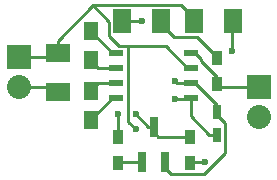
<source format=gtl>
G04 #@! TF.FileFunction,Copper,L1,Top,Signal*
%FSLAX46Y46*%
G04 Gerber Fmt 4.6, Leading zero omitted, Abs format (unit mm)*
G04 Created by KiCad (PCBNEW 4.0.0-stable) date 2016 March 08, Tuesday 03:17:28*
%MOMM*%
G01*
G04 APERTURE LIST*
%ADD10C,0.100000*%
%ADD11R,1.250000X1.500000*%
%ADD12R,1.524000X2.032000*%
%ADD13R,2.032000X1.524000*%
%ADD14R,0.750000X1.200000*%
%ADD15R,2.032000X2.032000*%
%ADD16O,2.032000X2.032000*%
%ADD17R,0.800100X1.800860*%
%ADD18R,0.900000X1.200000*%
%ADD19R,1.143000X0.508000*%
%ADD20C,0.600000*%
%ADD21C,0.250000*%
G04 APERTURE END LIST*
D10*
D11*
X136398000Y-100350000D03*
X136398000Y-102850000D03*
X136398000Y-105430000D03*
X136398000Y-107930000D03*
D12*
X148463000Y-99568000D03*
X145161000Y-99568000D03*
D13*
X133604000Y-105537000D03*
X133604000Y-102235000D03*
D14*
X147066000Y-109154000D03*
X147066000Y-107254000D03*
D12*
X142367000Y-99568000D03*
X139065000Y-99568000D03*
D15*
X130302000Y-102616000D03*
D16*
X130302000Y-105156000D03*
D15*
X150622000Y-105156000D03*
D16*
X150622000Y-107696000D03*
D17*
X140782000Y-111483140D03*
X142682000Y-111483140D03*
X141732000Y-108480860D03*
D18*
X147066000Y-102702000D03*
X147066000Y-104902000D03*
X138684000Y-109390000D03*
X138684000Y-111590000D03*
X144780000Y-111590000D03*
X144780000Y-109390000D03*
D19*
X144907000Y-102235000D03*
X144907000Y-103505000D03*
X144907000Y-104775000D03*
X144907000Y-106045000D03*
X138557000Y-106045000D03*
X138557000Y-104775000D03*
X138557000Y-103505000D03*
X138557000Y-102235000D03*
D20*
X148336000Y-102108000D03*
X143510000Y-104648000D03*
X146050000Y-111506000D03*
X140208000Y-108712000D03*
X138684000Y-107442000D03*
X143510000Y-106172000D03*
X140716000Y-99568000D03*
X140208000Y-107442000D03*
D21*
X138557000Y-102235000D02*
X138239500Y-102235000D01*
X138239500Y-102235000D02*
X136398000Y-100393500D01*
X136398000Y-100393500D02*
X136398000Y-100350000D01*
X138557000Y-103505000D02*
X137053000Y-103505000D01*
X137053000Y-103505000D02*
X136398000Y-102850000D01*
X138557000Y-104775000D02*
X137053000Y-104775000D01*
X137053000Y-104775000D02*
X136398000Y-105430000D01*
X138557000Y-106045000D02*
X138239500Y-106045000D01*
X138239500Y-106045000D02*
X136398000Y-107886500D01*
X136398000Y-107886500D02*
X136398000Y-107930000D01*
X142682000Y-111483140D02*
X142682000Y-111983520D01*
X142682000Y-111983520D02*
X143213481Y-112515001D01*
X143213481Y-112515001D02*
X145966001Y-112515001D01*
X145966001Y-112515001D02*
X147766001Y-110715001D01*
X147766001Y-110715001D02*
X147766001Y-108179001D01*
X147766001Y-108179001D02*
X147066000Y-107479000D01*
X147066000Y-107479000D02*
X147066000Y-107254000D01*
X147066000Y-107254000D02*
X147066000Y-106616500D01*
X147066000Y-106616500D02*
X145224500Y-104775000D01*
X145224500Y-104775000D02*
X144907000Y-104775000D01*
X148336000Y-102108000D02*
X148336000Y-99695000D01*
X148336000Y-99695000D02*
X148463000Y-99568000D01*
X144907000Y-104775000D02*
X143637000Y-104775000D01*
X143637000Y-104775000D02*
X143510000Y-104648000D01*
X146050000Y-111506000D02*
X144864000Y-111506000D01*
X144864000Y-111506000D02*
X144780000Y-111590000D01*
X139700000Y-101655999D02*
X142740499Y-101655999D01*
X138789997Y-101655999D02*
X139700000Y-101655999D01*
X139700000Y-101655999D02*
X139582999Y-101773000D01*
X139582999Y-101773000D02*
X139582999Y-108086999D01*
X139582999Y-108086999D02*
X140208000Y-108712000D01*
X136600001Y-98226999D02*
X137977999Y-99604997D01*
X144589500Y-103505000D02*
X144907000Y-103505000D01*
X137977999Y-99604997D02*
X137977999Y-100844001D01*
X137977999Y-100844001D02*
X138789997Y-101655999D01*
X142740499Y-101655999D02*
X144589500Y-103505000D01*
X133604000Y-102235000D02*
X133604000Y-101223000D01*
X133604000Y-101223000D02*
X136600001Y-98226999D01*
X136600001Y-98226999D02*
X144073999Y-98226999D01*
X144073999Y-98226999D02*
X145161000Y-99314000D01*
X145161000Y-99314000D02*
X145161000Y-99568000D01*
X130302000Y-102616000D02*
X133223000Y-102616000D01*
X133223000Y-102616000D02*
X133604000Y-102235000D01*
X147066000Y-109154000D02*
X146441000Y-109154000D01*
X146441000Y-109154000D02*
X144907000Y-107620000D01*
X144907000Y-107620000D02*
X144907000Y-106549000D01*
X144907000Y-106549000D02*
X144907000Y-106045000D01*
X138684000Y-109390000D02*
X138684000Y-107442000D01*
X143510000Y-106172000D02*
X144780000Y-106172000D01*
X144780000Y-106172000D02*
X144907000Y-106045000D01*
X139065000Y-99568000D02*
X140716000Y-99568000D01*
X130302000Y-105156000D02*
X133223000Y-105156000D01*
X133223000Y-105156000D02*
X133604000Y-105537000D01*
X147066000Y-102702000D02*
X147066000Y-102552000D01*
X145423001Y-100909001D02*
X143454001Y-100909001D01*
X147066000Y-102552000D02*
X145423001Y-100909001D01*
X142367000Y-99822000D02*
X142367000Y-99568000D01*
X143454001Y-100909001D02*
X142367000Y-99822000D01*
X147066000Y-104902000D02*
X147066000Y-104253498D01*
X147066000Y-104253498D02*
X145728500Y-102915998D01*
X145728500Y-102915998D02*
X145728500Y-102739000D01*
X145224500Y-102235000D02*
X144907000Y-102235000D01*
X145728500Y-102739000D02*
X145224500Y-102235000D01*
X150622000Y-105156000D02*
X147320000Y-105156000D01*
X147320000Y-105156000D02*
X147066000Y-104902000D01*
X141732000Y-108480860D02*
X141246860Y-108480860D01*
X141246860Y-108480860D02*
X140208000Y-107442000D01*
X141732000Y-108480860D02*
X141732000Y-108981240D01*
X141732000Y-108981240D02*
X142140760Y-109390000D01*
X142140760Y-109390000D02*
X144080000Y-109390000D01*
X144080000Y-109390000D02*
X144780000Y-109390000D01*
X140782000Y-111483140D02*
X138790860Y-111483140D01*
X138790860Y-111483140D02*
X138684000Y-111590000D01*
M02*

</source>
